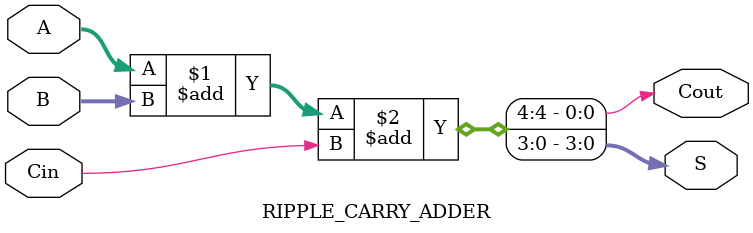
<source format=v>
module RIPPLE_CARRY_ADDER(A,B,Cin,S,Cout);
  input[3:0] A, B;
  input Cin;
  output[3:0]S;
  output Cout;
  assign {Cout,S}=A+B+Cin;
endmodule
  

</source>
